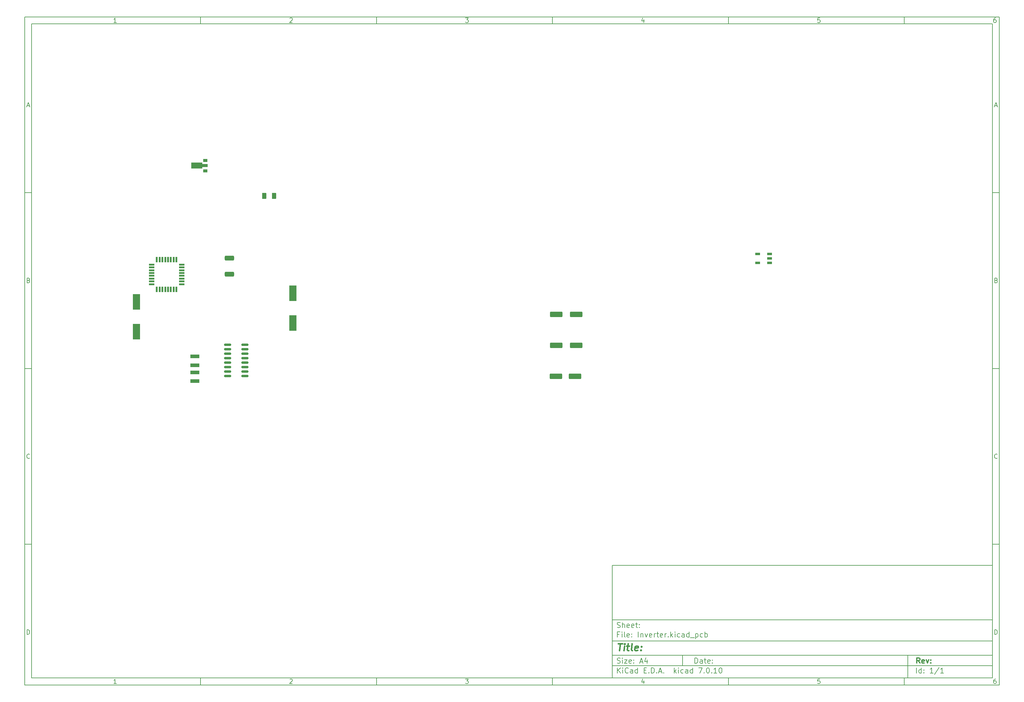
<source format=gbr>
%TF.GenerationSoftware,KiCad,Pcbnew,7.0.10*%
%TF.CreationDate,2024-05-18T21:04:01+03:00*%
%TF.ProjectId,Inverter,496e7665-7274-4657-922e-6b696361645f,rev?*%
%TF.SameCoordinates,Original*%
%TF.FileFunction,Paste,Top*%
%TF.FilePolarity,Positive*%
%FSLAX46Y46*%
G04 Gerber Fmt 4.6, Leading zero omitted, Abs format (unit mm)*
G04 Created by KiCad (PCBNEW 7.0.10) date 2024-05-18 21:04:01*
%MOMM*%
%LPD*%
G01*
G04 APERTURE LIST*
G04 Aperture macros list*
%AMRoundRect*
0 Rectangle with rounded corners*
0 $1 Rounding radius*
0 $2 $3 $4 $5 $6 $7 $8 $9 X,Y pos of 4 corners*
0 Add a 4 corners polygon primitive as box body*
4,1,4,$2,$3,$4,$5,$6,$7,$8,$9,$2,$3,0*
0 Add four circle primitives for the rounded corners*
1,1,$1+$1,$2,$3*
1,1,$1+$1,$4,$5*
1,1,$1+$1,$6,$7*
1,1,$1+$1,$8,$9*
0 Add four rect primitives between the rounded corners*
20,1,$1+$1,$2,$3,$4,$5,0*
20,1,$1+$1,$4,$5,$6,$7,0*
20,1,$1+$1,$6,$7,$8,$9,0*
20,1,$1+$1,$8,$9,$2,$3,0*%
%AMFreePoly0*
4,1,9,3.862500,-0.866500,0.737500,-0.866500,0.737500,-0.450000,-0.737500,-0.450000,-0.737500,0.450000,0.737500,0.450000,0.737500,0.866500,3.862500,0.866500,3.862500,-0.866500,3.862500,-0.866500,$1*%
G04 Aperture macros list end*
%ADD10C,0.100000*%
%ADD11C,0.150000*%
%ADD12C,0.300000*%
%ADD13C,0.400000*%
%ADD14R,2.000000X4.500000*%
%ADD15RoundRect,0.250000X-1.075000X0.425000X-1.075000X-0.425000X1.075000X-0.425000X1.075000X0.425000X0*%
%ADD16RoundRect,0.250000X-1.500000X-0.550000X1.500000X-0.550000X1.500000X0.550000X-1.500000X0.550000X0*%
%ADD17RoundRect,0.250000X-0.375000X-0.625000X0.375000X-0.625000X0.375000X0.625000X-0.375000X0.625000X0*%
%ADD18R,1.400000X0.760000*%
%ADD19R,2.500000X1.100000*%
%ADD20RoundRect,0.150000X-0.825000X-0.150000X0.825000X-0.150000X0.825000X0.150000X-0.825000X0.150000X0*%
%ADD21R,1.300000X0.900000*%
%ADD22FreePoly0,180.000000*%
%ADD23R,1.600000X0.550000*%
%ADD24R,0.550000X1.600000*%
G04 APERTURE END LIST*
D10*
D11*
X177002200Y-166007200D02*
X285002200Y-166007200D01*
X285002200Y-198007200D01*
X177002200Y-198007200D01*
X177002200Y-166007200D01*
D10*
D11*
X10000000Y-10000000D02*
X287002200Y-10000000D01*
X287002200Y-200007200D01*
X10000000Y-200007200D01*
X10000000Y-10000000D01*
D10*
D11*
X12000000Y-12000000D02*
X285002200Y-12000000D01*
X285002200Y-198007200D01*
X12000000Y-198007200D01*
X12000000Y-12000000D01*
D10*
D11*
X60000000Y-12000000D02*
X60000000Y-10000000D01*
D10*
D11*
X110000000Y-12000000D02*
X110000000Y-10000000D01*
D10*
D11*
X160000000Y-12000000D02*
X160000000Y-10000000D01*
D10*
D11*
X210000000Y-12000000D02*
X210000000Y-10000000D01*
D10*
D11*
X260000000Y-12000000D02*
X260000000Y-10000000D01*
D10*
D11*
X36089160Y-11593604D02*
X35346303Y-11593604D01*
X35717731Y-11593604D02*
X35717731Y-10293604D01*
X35717731Y-10293604D02*
X35593922Y-10479319D01*
X35593922Y-10479319D02*
X35470112Y-10603128D01*
X35470112Y-10603128D02*
X35346303Y-10665033D01*
D10*
D11*
X85346303Y-10417414D02*
X85408207Y-10355509D01*
X85408207Y-10355509D02*
X85532017Y-10293604D01*
X85532017Y-10293604D02*
X85841541Y-10293604D01*
X85841541Y-10293604D02*
X85965350Y-10355509D01*
X85965350Y-10355509D02*
X86027255Y-10417414D01*
X86027255Y-10417414D02*
X86089160Y-10541223D01*
X86089160Y-10541223D02*
X86089160Y-10665033D01*
X86089160Y-10665033D02*
X86027255Y-10850747D01*
X86027255Y-10850747D02*
X85284398Y-11593604D01*
X85284398Y-11593604D02*
X86089160Y-11593604D01*
D10*
D11*
X135284398Y-10293604D02*
X136089160Y-10293604D01*
X136089160Y-10293604D02*
X135655826Y-10788842D01*
X135655826Y-10788842D02*
X135841541Y-10788842D01*
X135841541Y-10788842D02*
X135965350Y-10850747D01*
X135965350Y-10850747D02*
X136027255Y-10912652D01*
X136027255Y-10912652D02*
X136089160Y-11036461D01*
X136089160Y-11036461D02*
X136089160Y-11345985D01*
X136089160Y-11345985D02*
X136027255Y-11469795D01*
X136027255Y-11469795D02*
X135965350Y-11531700D01*
X135965350Y-11531700D02*
X135841541Y-11593604D01*
X135841541Y-11593604D02*
X135470112Y-11593604D01*
X135470112Y-11593604D02*
X135346303Y-11531700D01*
X135346303Y-11531700D02*
X135284398Y-11469795D01*
D10*
D11*
X185965350Y-10726938D02*
X185965350Y-11593604D01*
X185655826Y-10231700D02*
X185346303Y-11160271D01*
X185346303Y-11160271D02*
X186151064Y-11160271D01*
D10*
D11*
X236027255Y-10293604D02*
X235408207Y-10293604D01*
X235408207Y-10293604D02*
X235346303Y-10912652D01*
X235346303Y-10912652D02*
X235408207Y-10850747D01*
X235408207Y-10850747D02*
X235532017Y-10788842D01*
X235532017Y-10788842D02*
X235841541Y-10788842D01*
X235841541Y-10788842D02*
X235965350Y-10850747D01*
X235965350Y-10850747D02*
X236027255Y-10912652D01*
X236027255Y-10912652D02*
X236089160Y-11036461D01*
X236089160Y-11036461D02*
X236089160Y-11345985D01*
X236089160Y-11345985D02*
X236027255Y-11469795D01*
X236027255Y-11469795D02*
X235965350Y-11531700D01*
X235965350Y-11531700D02*
X235841541Y-11593604D01*
X235841541Y-11593604D02*
X235532017Y-11593604D01*
X235532017Y-11593604D02*
X235408207Y-11531700D01*
X235408207Y-11531700D02*
X235346303Y-11469795D01*
D10*
D11*
X285965350Y-10293604D02*
X285717731Y-10293604D01*
X285717731Y-10293604D02*
X285593922Y-10355509D01*
X285593922Y-10355509D02*
X285532017Y-10417414D01*
X285532017Y-10417414D02*
X285408207Y-10603128D01*
X285408207Y-10603128D02*
X285346303Y-10850747D01*
X285346303Y-10850747D02*
X285346303Y-11345985D01*
X285346303Y-11345985D02*
X285408207Y-11469795D01*
X285408207Y-11469795D02*
X285470112Y-11531700D01*
X285470112Y-11531700D02*
X285593922Y-11593604D01*
X285593922Y-11593604D02*
X285841541Y-11593604D01*
X285841541Y-11593604D02*
X285965350Y-11531700D01*
X285965350Y-11531700D02*
X286027255Y-11469795D01*
X286027255Y-11469795D02*
X286089160Y-11345985D01*
X286089160Y-11345985D02*
X286089160Y-11036461D01*
X286089160Y-11036461D02*
X286027255Y-10912652D01*
X286027255Y-10912652D02*
X285965350Y-10850747D01*
X285965350Y-10850747D02*
X285841541Y-10788842D01*
X285841541Y-10788842D02*
X285593922Y-10788842D01*
X285593922Y-10788842D02*
X285470112Y-10850747D01*
X285470112Y-10850747D02*
X285408207Y-10912652D01*
X285408207Y-10912652D02*
X285346303Y-11036461D01*
D10*
D11*
X60000000Y-198007200D02*
X60000000Y-200007200D01*
D10*
D11*
X110000000Y-198007200D02*
X110000000Y-200007200D01*
D10*
D11*
X160000000Y-198007200D02*
X160000000Y-200007200D01*
D10*
D11*
X210000000Y-198007200D02*
X210000000Y-200007200D01*
D10*
D11*
X260000000Y-198007200D02*
X260000000Y-200007200D01*
D10*
D11*
X36089160Y-199600804D02*
X35346303Y-199600804D01*
X35717731Y-199600804D02*
X35717731Y-198300804D01*
X35717731Y-198300804D02*
X35593922Y-198486519D01*
X35593922Y-198486519D02*
X35470112Y-198610328D01*
X35470112Y-198610328D02*
X35346303Y-198672233D01*
D10*
D11*
X85346303Y-198424614D02*
X85408207Y-198362709D01*
X85408207Y-198362709D02*
X85532017Y-198300804D01*
X85532017Y-198300804D02*
X85841541Y-198300804D01*
X85841541Y-198300804D02*
X85965350Y-198362709D01*
X85965350Y-198362709D02*
X86027255Y-198424614D01*
X86027255Y-198424614D02*
X86089160Y-198548423D01*
X86089160Y-198548423D02*
X86089160Y-198672233D01*
X86089160Y-198672233D02*
X86027255Y-198857947D01*
X86027255Y-198857947D02*
X85284398Y-199600804D01*
X85284398Y-199600804D02*
X86089160Y-199600804D01*
D10*
D11*
X135284398Y-198300804D02*
X136089160Y-198300804D01*
X136089160Y-198300804D02*
X135655826Y-198796042D01*
X135655826Y-198796042D02*
X135841541Y-198796042D01*
X135841541Y-198796042D02*
X135965350Y-198857947D01*
X135965350Y-198857947D02*
X136027255Y-198919852D01*
X136027255Y-198919852D02*
X136089160Y-199043661D01*
X136089160Y-199043661D02*
X136089160Y-199353185D01*
X136089160Y-199353185D02*
X136027255Y-199476995D01*
X136027255Y-199476995D02*
X135965350Y-199538900D01*
X135965350Y-199538900D02*
X135841541Y-199600804D01*
X135841541Y-199600804D02*
X135470112Y-199600804D01*
X135470112Y-199600804D02*
X135346303Y-199538900D01*
X135346303Y-199538900D02*
X135284398Y-199476995D01*
D10*
D11*
X185965350Y-198734138D02*
X185965350Y-199600804D01*
X185655826Y-198238900D02*
X185346303Y-199167471D01*
X185346303Y-199167471D02*
X186151064Y-199167471D01*
D10*
D11*
X236027255Y-198300804D02*
X235408207Y-198300804D01*
X235408207Y-198300804D02*
X235346303Y-198919852D01*
X235346303Y-198919852D02*
X235408207Y-198857947D01*
X235408207Y-198857947D02*
X235532017Y-198796042D01*
X235532017Y-198796042D02*
X235841541Y-198796042D01*
X235841541Y-198796042D02*
X235965350Y-198857947D01*
X235965350Y-198857947D02*
X236027255Y-198919852D01*
X236027255Y-198919852D02*
X236089160Y-199043661D01*
X236089160Y-199043661D02*
X236089160Y-199353185D01*
X236089160Y-199353185D02*
X236027255Y-199476995D01*
X236027255Y-199476995D02*
X235965350Y-199538900D01*
X235965350Y-199538900D02*
X235841541Y-199600804D01*
X235841541Y-199600804D02*
X235532017Y-199600804D01*
X235532017Y-199600804D02*
X235408207Y-199538900D01*
X235408207Y-199538900D02*
X235346303Y-199476995D01*
D10*
D11*
X285965350Y-198300804D02*
X285717731Y-198300804D01*
X285717731Y-198300804D02*
X285593922Y-198362709D01*
X285593922Y-198362709D02*
X285532017Y-198424614D01*
X285532017Y-198424614D02*
X285408207Y-198610328D01*
X285408207Y-198610328D02*
X285346303Y-198857947D01*
X285346303Y-198857947D02*
X285346303Y-199353185D01*
X285346303Y-199353185D02*
X285408207Y-199476995D01*
X285408207Y-199476995D02*
X285470112Y-199538900D01*
X285470112Y-199538900D02*
X285593922Y-199600804D01*
X285593922Y-199600804D02*
X285841541Y-199600804D01*
X285841541Y-199600804D02*
X285965350Y-199538900D01*
X285965350Y-199538900D02*
X286027255Y-199476995D01*
X286027255Y-199476995D02*
X286089160Y-199353185D01*
X286089160Y-199353185D02*
X286089160Y-199043661D01*
X286089160Y-199043661D02*
X286027255Y-198919852D01*
X286027255Y-198919852D02*
X285965350Y-198857947D01*
X285965350Y-198857947D02*
X285841541Y-198796042D01*
X285841541Y-198796042D02*
X285593922Y-198796042D01*
X285593922Y-198796042D02*
X285470112Y-198857947D01*
X285470112Y-198857947D02*
X285408207Y-198919852D01*
X285408207Y-198919852D02*
X285346303Y-199043661D01*
D10*
D11*
X10000000Y-60000000D02*
X12000000Y-60000000D01*
D10*
D11*
X10000000Y-110000000D02*
X12000000Y-110000000D01*
D10*
D11*
X10000000Y-160000000D02*
X12000000Y-160000000D01*
D10*
D11*
X10690476Y-35222176D02*
X11309523Y-35222176D01*
X10566666Y-35593604D02*
X10999999Y-34293604D01*
X10999999Y-34293604D02*
X11433333Y-35593604D01*
D10*
D11*
X11092857Y-84912652D02*
X11278571Y-84974557D01*
X11278571Y-84974557D02*
X11340476Y-85036461D01*
X11340476Y-85036461D02*
X11402380Y-85160271D01*
X11402380Y-85160271D02*
X11402380Y-85345985D01*
X11402380Y-85345985D02*
X11340476Y-85469795D01*
X11340476Y-85469795D02*
X11278571Y-85531700D01*
X11278571Y-85531700D02*
X11154761Y-85593604D01*
X11154761Y-85593604D02*
X10659523Y-85593604D01*
X10659523Y-85593604D02*
X10659523Y-84293604D01*
X10659523Y-84293604D02*
X11092857Y-84293604D01*
X11092857Y-84293604D02*
X11216666Y-84355509D01*
X11216666Y-84355509D02*
X11278571Y-84417414D01*
X11278571Y-84417414D02*
X11340476Y-84541223D01*
X11340476Y-84541223D02*
X11340476Y-84665033D01*
X11340476Y-84665033D02*
X11278571Y-84788842D01*
X11278571Y-84788842D02*
X11216666Y-84850747D01*
X11216666Y-84850747D02*
X11092857Y-84912652D01*
X11092857Y-84912652D02*
X10659523Y-84912652D01*
D10*
D11*
X11402380Y-135469795D02*
X11340476Y-135531700D01*
X11340476Y-135531700D02*
X11154761Y-135593604D01*
X11154761Y-135593604D02*
X11030952Y-135593604D01*
X11030952Y-135593604D02*
X10845238Y-135531700D01*
X10845238Y-135531700D02*
X10721428Y-135407890D01*
X10721428Y-135407890D02*
X10659523Y-135284080D01*
X10659523Y-135284080D02*
X10597619Y-135036461D01*
X10597619Y-135036461D02*
X10597619Y-134850747D01*
X10597619Y-134850747D02*
X10659523Y-134603128D01*
X10659523Y-134603128D02*
X10721428Y-134479319D01*
X10721428Y-134479319D02*
X10845238Y-134355509D01*
X10845238Y-134355509D02*
X11030952Y-134293604D01*
X11030952Y-134293604D02*
X11154761Y-134293604D01*
X11154761Y-134293604D02*
X11340476Y-134355509D01*
X11340476Y-134355509D02*
X11402380Y-134417414D01*
D10*
D11*
X10659523Y-185593604D02*
X10659523Y-184293604D01*
X10659523Y-184293604D02*
X10969047Y-184293604D01*
X10969047Y-184293604D02*
X11154761Y-184355509D01*
X11154761Y-184355509D02*
X11278571Y-184479319D01*
X11278571Y-184479319D02*
X11340476Y-184603128D01*
X11340476Y-184603128D02*
X11402380Y-184850747D01*
X11402380Y-184850747D02*
X11402380Y-185036461D01*
X11402380Y-185036461D02*
X11340476Y-185284080D01*
X11340476Y-185284080D02*
X11278571Y-185407890D01*
X11278571Y-185407890D02*
X11154761Y-185531700D01*
X11154761Y-185531700D02*
X10969047Y-185593604D01*
X10969047Y-185593604D02*
X10659523Y-185593604D01*
D10*
D11*
X287002200Y-60000000D02*
X285002200Y-60000000D01*
D10*
D11*
X287002200Y-110000000D02*
X285002200Y-110000000D01*
D10*
D11*
X287002200Y-160000000D02*
X285002200Y-160000000D01*
D10*
D11*
X285692676Y-35222176D02*
X286311723Y-35222176D01*
X285568866Y-35593604D02*
X286002199Y-34293604D01*
X286002199Y-34293604D02*
X286435533Y-35593604D01*
D10*
D11*
X286095057Y-84912652D02*
X286280771Y-84974557D01*
X286280771Y-84974557D02*
X286342676Y-85036461D01*
X286342676Y-85036461D02*
X286404580Y-85160271D01*
X286404580Y-85160271D02*
X286404580Y-85345985D01*
X286404580Y-85345985D02*
X286342676Y-85469795D01*
X286342676Y-85469795D02*
X286280771Y-85531700D01*
X286280771Y-85531700D02*
X286156961Y-85593604D01*
X286156961Y-85593604D02*
X285661723Y-85593604D01*
X285661723Y-85593604D02*
X285661723Y-84293604D01*
X285661723Y-84293604D02*
X286095057Y-84293604D01*
X286095057Y-84293604D02*
X286218866Y-84355509D01*
X286218866Y-84355509D02*
X286280771Y-84417414D01*
X286280771Y-84417414D02*
X286342676Y-84541223D01*
X286342676Y-84541223D02*
X286342676Y-84665033D01*
X286342676Y-84665033D02*
X286280771Y-84788842D01*
X286280771Y-84788842D02*
X286218866Y-84850747D01*
X286218866Y-84850747D02*
X286095057Y-84912652D01*
X286095057Y-84912652D02*
X285661723Y-84912652D01*
D10*
D11*
X286404580Y-135469795D02*
X286342676Y-135531700D01*
X286342676Y-135531700D02*
X286156961Y-135593604D01*
X286156961Y-135593604D02*
X286033152Y-135593604D01*
X286033152Y-135593604D02*
X285847438Y-135531700D01*
X285847438Y-135531700D02*
X285723628Y-135407890D01*
X285723628Y-135407890D02*
X285661723Y-135284080D01*
X285661723Y-135284080D02*
X285599819Y-135036461D01*
X285599819Y-135036461D02*
X285599819Y-134850747D01*
X285599819Y-134850747D02*
X285661723Y-134603128D01*
X285661723Y-134603128D02*
X285723628Y-134479319D01*
X285723628Y-134479319D02*
X285847438Y-134355509D01*
X285847438Y-134355509D02*
X286033152Y-134293604D01*
X286033152Y-134293604D02*
X286156961Y-134293604D01*
X286156961Y-134293604D02*
X286342676Y-134355509D01*
X286342676Y-134355509D02*
X286404580Y-134417414D01*
D10*
D11*
X285661723Y-185593604D02*
X285661723Y-184293604D01*
X285661723Y-184293604D02*
X285971247Y-184293604D01*
X285971247Y-184293604D02*
X286156961Y-184355509D01*
X286156961Y-184355509D02*
X286280771Y-184479319D01*
X286280771Y-184479319D02*
X286342676Y-184603128D01*
X286342676Y-184603128D02*
X286404580Y-184850747D01*
X286404580Y-184850747D02*
X286404580Y-185036461D01*
X286404580Y-185036461D02*
X286342676Y-185284080D01*
X286342676Y-185284080D02*
X286280771Y-185407890D01*
X286280771Y-185407890D02*
X286156961Y-185531700D01*
X286156961Y-185531700D02*
X285971247Y-185593604D01*
X285971247Y-185593604D02*
X285661723Y-185593604D01*
D10*
D11*
X200458026Y-193793328D02*
X200458026Y-192293328D01*
X200458026Y-192293328D02*
X200815169Y-192293328D01*
X200815169Y-192293328D02*
X201029455Y-192364757D01*
X201029455Y-192364757D02*
X201172312Y-192507614D01*
X201172312Y-192507614D02*
X201243741Y-192650471D01*
X201243741Y-192650471D02*
X201315169Y-192936185D01*
X201315169Y-192936185D02*
X201315169Y-193150471D01*
X201315169Y-193150471D02*
X201243741Y-193436185D01*
X201243741Y-193436185D02*
X201172312Y-193579042D01*
X201172312Y-193579042D02*
X201029455Y-193721900D01*
X201029455Y-193721900D02*
X200815169Y-193793328D01*
X200815169Y-193793328D02*
X200458026Y-193793328D01*
X202600884Y-193793328D02*
X202600884Y-193007614D01*
X202600884Y-193007614D02*
X202529455Y-192864757D01*
X202529455Y-192864757D02*
X202386598Y-192793328D01*
X202386598Y-192793328D02*
X202100884Y-192793328D01*
X202100884Y-192793328D02*
X201958026Y-192864757D01*
X202600884Y-193721900D02*
X202458026Y-193793328D01*
X202458026Y-193793328D02*
X202100884Y-193793328D01*
X202100884Y-193793328D02*
X201958026Y-193721900D01*
X201958026Y-193721900D02*
X201886598Y-193579042D01*
X201886598Y-193579042D02*
X201886598Y-193436185D01*
X201886598Y-193436185D02*
X201958026Y-193293328D01*
X201958026Y-193293328D02*
X202100884Y-193221900D01*
X202100884Y-193221900D02*
X202458026Y-193221900D01*
X202458026Y-193221900D02*
X202600884Y-193150471D01*
X203100884Y-192793328D02*
X203672312Y-192793328D01*
X203315169Y-192293328D02*
X203315169Y-193579042D01*
X203315169Y-193579042D02*
X203386598Y-193721900D01*
X203386598Y-193721900D02*
X203529455Y-193793328D01*
X203529455Y-193793328D02*
X203672312Y-193793328D01*
X204743741Y-193721900D02*
X204600884Y-193793328D01*
X204600884Y-193793328D02*
X204315170Y-193793328D01*
X204315170Y-193793328D02*
X204172312Y-193721900D01*
X204172312Y-193721900D02*
X204100884Y-193579042D01*
X204100884Y-193579042D02*
X204100884Y-193007614D01*
X204100884Y-193007614D02*
X204172312Y-192864757D01*
X204172312Y-192864757D02*
X204315170Y-192793328D01*
X204315170Y-192793328D02*
X204600884Y-192793328D01*
X204600884Y-192793328D02*
X204743741Y-192864757D01*
X204743741Y-192864757D02*
X204815170Y-193007614D01*
X204815170Y-193007614D02*
X204815170Y-193150471D01*
X204815170Y-193150471D02*
X204100884Y-193293328D01*
X205458026Y-193650471D02*
X205529455Y-193721900D01*
X205529455Y-193721900D02*
X205458026Y-193793328D01*
X205458026Y-193793328D02*
X205386598Y-193721900D01*
X205386598Y-193721900D02*
X205458026Y-193650471D01*
X205458026Y-193650471D02*
X205458026Y-193793328D01*
X205458026Y-192864757D02*
X205529455Y-192936185D01*
X205529455Y-192936185D02*
X205458026Y-193007614D01*
X205458026Y-193007614D02*
X205386598Y-192936185D01*
X205386598Y-192936185D02*
X205458026Y-192864757D01*
X205458026Y-192864757D02*
X205458026Y-193007614D01*
D10*
D11*
X177002200Y-194507200D02*
X285002200Y-194507200D01*
D10*
D11*
X178458026Y-196593328D02*
X178458026Y-195093328D01*
X179315169Y-196593328D02*
X178672312Y-195736185D01*
X179315169Y-195093328D02*
X178458026Y-195950471D01*
X179958026Y-196593328D02*
X179958026Y-195593328D01*
X179958026Y-195093328D02*
X179886598Y-195164757D01*
X179886598Y-195164757D02*
X179958026Y-195236185D01*
X179958026Y-195236185D02*
X180029455Y-195164757D01*
X180029455Y-195164757D02*
X179958026Y-195093328D01*
X179958026Y-195093328D02*
X179958026Y-195236185D01*
X181529455Y-196450471D02*
X181458027Y-196521900D01*
X181458027Y-196521900D02*
X181243741Y-196593328D01*
X181243741Y-196593328D02*
X181100884Y-196593328D01*
X181100884Y-196593328D02*
X180886598Y-196521900D01*
X180886598Y-196521900D02*
X180743741Y-196379042D01*
X180743741Y-196379042D02*
X180672312Y-196236185D01*
X180672312Y-196236185D02*
X180600884Y-195950471D01*
X180600884Y-195950471D02*
X180600884Y-195736185D01*
X180600884Y-195736185D02*
X180672312Y-195450471D01*
X180672312Y-195450471D02*
X180743741Y-195307614D01*
X180743741Y-195307614D02*
X180886598Y-195164757D01*
X180886598Y-195164757D02*
X181100884Y-195093328D01*
X181100884Y-195093328D02*
X181243741Y-195093328D01*
X181243741Y-195093328D02*
X181458027Y-195164757D01*
X181458027Y-195164757D02*
X181529455Y-195236185D01*
X182815170Y-196593328D02*
X182815170Y-195807614D01*
X182815170Y-195807614D02*
X182743741Y-195664757D01*
X182743741Y-195664757D02*
X182600884Y-195593328D01*
X182600884Y-195593328D02*
X182315170Y-195593328D01*
X182315170Y-195593328D02*
X182172312Y-195664757D01*
X182815170Y-196521900D02*
X182672312Y-196593328D01*
X182672312Y-196593328D02*
X182315170Y-196593328D01*
X182315170Y-196593328D02*
X182172312Y-196521900D01*
X182172312Y-196521900D02*
X182100884Y-196379042D01*
X182100884Y-196379042D02*
X182100884Y-196236185D01*
X182100884Y-196236185D02*
X182172312Y-196093328D01*
X182172312Y-196093328D02*
X182315170Y-196021900D01*
X182315170Y-196021900D02*
X182672312Y-196021900D01*
X182672312Y-196021900D02*
X182815170Y-195950471D01*
X184172313Y-196593328D02*
X184172313Y-195093328D01*
X184172313Y-196521900D02*
X184029455Y-196593328D01*
X184029455Y-196593328D02*
X183743741Y-196593328D01*
X183743741Y-196593328D02*
X183600884Y-196521900D01*
X183600884Y-196521900D02*
X183529455Y-196450471D01*
X183529455Y-196450471D02*
X183458027Y-196307614D01*
X183458027Y-196307614D02*
X183458027Y-195879042D01*
X183458027Y-195879042D02*
X183529455Y-195736185D01*
X183529455Y-195736185D02*
X183600884Y-195664757D01*
X183600884Y-195664757D02*
X183743741Y-195593328D01*
X183743741Y-195593328D02*
X184029455Y-195593328D01*
X184029455Y-195593328D02*
X184172313Y-195664757D01*
X186029455Y-195807614D02*
X186529455Y-195807614D01*
X186743741Y-196593328D02*
X186029455Y-196593328D01*
X186029455Y-196593328D02*
X186029455Y-195093328D01*
X186029455Y-195093328D02*
X186743741Y-195093328D01*
X187386598Y-196450471D02*
X187458027Y-196521900D01*
X187458027Y-196521900D02*
X187386598Y-196593328D01*
X187386598Y-196593328D02*
X187315170Y-196521900D01*
X187315170Y-196521900D02*
X187386598Y-196450471D01*
X187386598Y-196450471D02*
X187386598Y-196593328D01*
X188100884Y-196593328D02*
X188100884Y-195093328D01*
X188100884Y-195093328D02*
X188458027Y-195093328D01*
X188458027Y-195093328D02*
X188672313Y-195164757D01*
X188672313Y-195164757D02*
X188815170Y-195307614D01*
X188815170Y-195307614D02*
X188886599Y-195450471D01*
X188886599Y-195450471D02*
X188958027Y-195736185D01*
X188958027Y-195736185D02*
X188958027Y-195950471D01*
X188958027Y-195950471D02*
X188886599Y-196236185D01*
X188886599Y-196236185D02*
X188815170Y-196379042D01*
X188815170Y-196379042D02*
X188672313Y-196521900D01*
X188672313Y-196521900D02*
X188458027Y-196593328D01*
X188458027Y-196593328D02*
X188100884Y-196593328D01*
X189600884Y-196450471D02*
X189672313Y-196521900D01*
X189672313Y-196521900D02*
X189600884Y-196593328D01*
X189600884Y-196593328D02*
X189529456Y-196521900D01*
X189529456Y-196521900D02*
X189600884Y-196450471D01*
X189600884Y-196450471D02*
X189600884Y-196593328D01*
X190243742Y-196164757D02*
X190958028Y-196164757D01*
X190100885Y-196593328D02*
X190600885Y-195093328D01*
X190600885Y-195093328D02*
X191100885Y-196593328D01*
X191600884Y-196450471D02*
X191672313Y-196521900D01*
X191672313Y-196521900D02*
X191600884Y-196593328D01*
X191600884Y-196593328D02*
X191529456Y-196521900D01*
X191529456Y-196521900D02*
X191600884Y-196450471D01*
X191600884Y-196450471D02*
X191600884Y-196593328D01*
X194600884Y-196593328D02*
X194600884Y-195093328D01*
X194743742Y-196021900D02*
X195172313Y-196593328D01*
X195172313Y-195593328D02*
X194600884Y-196164757D01*
X195815170Y-196593328D02*
X195815170Y-195593328D01*
X195815170Y-195093328D02*
X195743742Y-195164757D01*
X195743742Y-195164757D02*
X195815170Y-195236185D01*
X195815170Y-195236185D02*
X195886599Y-195164757D01*
X195886599Y-195164757D02*
X195815170Y-195093328D01*
X195815170Y-195093328D02*
X195815170Y-195236185D01*
X197172314Y-196521900D02*
X197029456Y-196593328D01*
X197029456Y-196593328D02*
X196743742Y-196593328D01*
X196743742Y-196593328D02*
X196600885Y-196521900D01*
X196600885Y-196521900D02*
X196529456Y-196450471D01*
X196529456Y-196450471D02*
X196458028Y-196307614D01*
X196458028Y-196307614D02*
X196458028Y-195879042D01*
X196458028Y-195879042D02*
X196529456Y-195736185D01*
X196529456Y-195736185D02*
X196600885Y-195664757D01*
X196600885Y-195664757D02*
X196743742Y-195593328D01*
X196743742Y-195593328D02*
X197029456Y-195593328D01*
X197029456Y-195593328D02*
X197172314Y-195664757D01*
X198458028Y-196593328D02*
X198458028Y-195807614D01*
X198458028Y-195807614D02*
X198386599Y-195664757D01*
X198386599Y-195664757D02*
X198243742Y-195593328D01*
X198243742Y-195593328D02*
X197958028Y-195593328D01*
X197958028Y-195593328D02*
X197815170Y-195664757D01*
X198458028Y-196521900D02*
X198315170Y-196593328D01*
X198315170Y-196593328D02*
X197958028Y-196593328D01*
X197958028Y-196593328D02*
X197815170Y-196521900D01*
X197815170Y-196521900D02*
X197743742Y-196379042D01*
X197743742Y-196379042D02*
X197743742Y-196236185D01*
X197743742Y-196236185D02*
X197815170Y-196093328D01*
X197815170Y-196093328D02*
X197958028Y-196021900D01*
X197958028Y-196021900D02*
X198315170Y-196021900D01*
X198315170Y-196021900D02*
X198458028Y-195950471D01*
X199815171Y-196593328D02*
X199815171Y-195093328D01*
X199815171Y-196521900D02*
X199672313Y-196593328D01*
X199672313Y-196593328D02*
X199386599Y-196593328D01*
X199386599Y-196593328D02*
X199243742Y-196521900D01*
X199243742Y-196521900D02*
X199172313Y-196450471D01*
X199172313Y-196450471D02*
X199100885Y-196307614D01*
X199100885Y-196307614D02*
X199100885Y-195879042D01*
X199100885Y-195879042D02*
X199172313Y-195736185D01*
X199172313Y-195736185D02*
X199243742Y-195664757D01*
X199243742Y-195664757D02*
X199386599Y-195593328D01*
X199386599Y-195593328D02*
X199672313Y-195593328D01*
X199672313Y-195593328D02*
X199815171Y-195664757D01*
X201529456Y-195093328D02*
X202529456Y-195093328D01*
X202529456Y-195093328D02*
X201886599Y-196593328D01*
X203100884Y-196450471D02*
X203172313Y-196521900D01*
X203172313Y-196521900D02*
X203100884Y-196593328D01*
X203100884Y-196593328D02*
X203029456Y-196521900D01*
X203029456Y-196521900D02*
X203100884Y-196450471D01*
X203100884Y-196450471D02*
X203100884Y-196593328D01*
X204100885Y-195093328D02*
X204243742Y-195093328D01*
X204243742Y-195093328D02*
X204386599Y-195164757D01*
X204386599Y-195164757D02*
X204458028Y-195236185D01*
X204458028Y-195236185D02*
X204529456Y-195379042D01*
X204529456Y-195379042D02*
X204600885Y-195664757D01*
X204600885Y-195664757D02*
X204600885Y-196021900D01*
X204600885Y-196021900D02*
X204529456Y-196307614D01*
X204529456Y-196307614D02*
X204458028Y-196450471D01*
X204458028Y-196450471D02*
X204386599Y-196521900D01*
X204386599Y-196521900D02*
X204243742Y-196593328D01*
X204243742Y-196593328D02*
X204100885Y-196593328D01*
X204100885Y-196593328D02*
X203958028Y-196521900D01*
X203958028Y-196521900D02*
X203886599Y-196450471D01*
X203886599Y-196450471D02*
X203815170Y-196307614D01*
X203815170Y-196307614D02*
X203743742Y-196021900D01*
X203743742Y-196021900D02*
X203743742Y-195664757D01*
X203743742Y-195664757D02*
X203815170Y-195379042D01*
X203815170Y-195379042D02*
X203886599Y-195236185D01*
X203886599Y-195236185D02*
X203958028Y-195164757D01*
X203958028Y-195164757D02*
X204100885Y-195093328D01*
X205243741Y-196450471D02*
X205315170Y-196521900D01*
X205315170Y-196521900D02*
X205243741Y-196593328D01*
X205243741Y-196593328D02*
X205172313Y-196521900D01*
X205172313Y-196521900D02*
X205243741Y-196450471D01*
X205243741Y-196450471D02*
X205243741Y-196593328D01*
X206743742Y-196593328D02*
X205886599Y-196593328D01*
X206315170Y-196593328D02*
X206315170Y-195093328D01*
X206315170Y-195093328D02*
X206172313Y-195307614D01*
X206172313Y-195307614D02*
X206029456Y-195450471D01*
X206029456Y-195450471D02*
X205886599Y-195521900D01*
X207672313Y-195093328D02*
X207815170Y-195093328D01*
X207815170Y-195093328D02*
X207958027Y-195164757D01*
X207958027Y-195164757D02*
X208029456Y-195236185D01*
X208029456Y-195236185D02*
X208100884Y-195379042D01*
X208100884Y-195379042D02*
X208172313Y-195664757D01*
X208172313Y-195664757D02*
X208172313Y-196021900D01*
X208172313Y-196021900D02*
X208100884Y-196307614D01*
X208100884Y-196307614D02*
X208029456Y-196450471D01*
X208029456Y-196450471D02*
X207958027Y-196521900D01*
X207958027Y-196521900D02*
X207815170Y-196593328D01*
X207815170Y-196593328D02*
X207672313Y-196593328D01*
X207672313Y-196593328D02*
X207529456Y-196521900D01*
X207529456Y-196521900D02*
X207458027Y-196450471D01*
X207458027Y-196450471D02*
X207386598Y-196307614D01*
X207386598Y-196307614D02*
X207315170Y-196021900D01*
X207315170Y-196021900D02*
X207315170Y-195664757D01*
X207315170Y-195664757D02*
X207386598Y-195379042D01*
X207386598Y-195379042D02*
X207458027Y-195236185D01*
X207458027Y-195236185D02*
X207529456Y-195164757D01*
X207529456Y-195164757D02*
X207672313Y-195093328D01*
D10*
D11*
X177002200Y-191507200D02*
X285002200Y-191507200D01*
D10*
D12*
X264413853Y-193785528D02*
X263913853Y-193071242D01*
X263556710Y-193785528D02*
X263556710Y-192285528D01*
X263556710Y-192285528D02*
X264128139Y-192285528D01*
X264128139Y-192285528D02*
X264270996Y-192356957D01*
X264270996Y-192356957D02*
X264342425Y-192428385D01*
X264342425Y-192428385D02*
X264413853Y-192571242D01*
X264413853Y-192571242D02*
X264413853Y-192785528D01*
X264413853Y-192785528D02*
X264342425Y-192928385D01*
X264342425Y-192928385D02*
X264270996Y-192999814D01*
X264270996Y-192999814D02*
X264128139Y-193071242D01*
X264128139Y-193071242D02*
X263556710Y-193071242D01*
X265628139Y-193714100D02*
X265485282Y-193785528D01*
X265485282Y-193785528D02*
X265199568Y-193785528D01*
X265199568Y-193785528D02*
X265056710Y-193714100D01*
X265056710Y-193714100D02*
X264985282Y-193571242D01*
X264985282Y-193571242D02*
X264985282Y-192999814D01*
X264985282Y-192999814D02*
X265056710Y-192856957D01*
X265056710Y-192856957D02*
X265199568Y-192785528D01*
X265199568Y-192785528D02*
X265485282Y-192785528D01*
X265485282Y-192785528D02*
X265628139Y-192856957D01*
X265628139Y-192856957D02*
X265699568Y-192999814D01*
X265699568Y-192999814D02*
X265699568Y-193142671D01*
X265699568Y-193142671D02*
X264985282Y-193285528D01*
X266199567Y-192785528D02*
X266556710Y-193785528D01*
X266556710Y-193785528D02*
X266913853Y-192785528D01*
X267485281Y-193642671D02*
X267556710Y-193714100D01*
X267556710Y-193714100D02*
X267485281Y-193785528D01*
X267485281Y-193785528D02*
X267413853Y-193714100D01*
X267413853Y-193714100D02*
X267485281Y-193642671D01*
X267485281Y-193642671D02*
X267485281Y-193785528D01*
X267485281Y-192856957D02*
X267556710Y-192928385D01*
X267556710Y-192928385D02*
X267485281Y-192999814D01*
X267485281Y-192999814D02*
X267413853Y-192928385D01*
X267413853Y-192928385D02*
X267485281Y-192856957D01*
X267485281Y-192856957D02*
X267485281Y-192999814D01*
D10*
D11*
X178386598Y-193721900D02*
X178600884Y-193793328D01*
X178600884Y-193793328D02*
X178958026Y-193793328D01*
X178958026Y-193793328D02*
X179100884Y-193721900D01*
X179100884Y-193721900D02*
X179172312Y-193650471D01*
X179172312Y-193650471D02*
X179243741Y-193507614D01*
X179243741Y-193507614D02*
X179243741Y-193364757D01*
X179243741Y-193364757D02*
X179172312Y-193221900D01*
X179172312Y-193221900D02*
X179100884Y-193150471D01*
X179100884Y-193150471D02*
X178958026Y-193079042D01*
X178958026Y-193079042D02*
X178672312Y-193007614D01*
X178672312Y-193007614D02*
X178529455Y-192936185D01*
X178529455Y-192936185D02*
X178458026Y-192864757D01*
X178458026Y-192864757D02*
X178386598Y-192721900D01*
X178386598Y-192721900D02*
X178386598Y-192579042D01*
X178386598Y-192579042D02*
X178458026Y-192436185D01*
X178458026Y-192436185D02*
X178529455Y-192364757D01*
X178529455Y-192364757D02*
X178672312Y-192293328D01*
X178672312Y-192293328D02*
X179029455Y-192293328D01*
X179029455Y-192293328D02*
X179243741Y-192364757D01*
X179886597Y-193793328D02*
X179886597Y-192793328D01*
X179886597Y-192293328D02*
X179815169Y-192364757D01*
X179815169Y-192364757D02*
X179886597Y-192436185D01*
X179886597Y-192436185D02*
X179958026Y-192364757D01*
X179958026Y-192364757D02*
X179886597Y-192293328D01*
X179886597Y-192293328D02*
X179886597Y-192436185D01*
X180458026Y-192793328D02*
X181243741Y-192793328D01*
X181243741Y-192793328D02*
X180458026Y-193793328D01*
X180458026Y-193793328D02*
X181243741Y-193793328D01*
X182386598Y-193721900D02*
X182243741Y-193793328D01*
X182243741Y-193793328D02*
X181958027Y-193793328D01*
X181958027Y-193793328D02*
X181815169Y-193721900D01*
X181815169Y-193721900D02*
X181743741Y-193579042D01*
X181743741Y-193579042D02*
X181743741Y-193007614D01*
X181743741Y-193007614D02*
X181815169Y-192864757D01*
X181815169Y-192864757D02*
X181958027Y-192793328D01*
X181958027Y-192793328D02*
X182243741Y-192793328D01*
X182243741Y-192793328D02*
X182386598Y-192864757D01*
X182386598Y-192864757D02*
X182458027Y-193007614D01*
X182458027Y-193007614D02*
X182458027Y-193150471D01*
X182458027Y-193150471D02*
X181743741Y-193293328D01*
X183100883Y-193650471D02*
X183172312Y-193721900D01*
X183172312Y-193721900D02*
X183100883Y-193793328D01*
X183100883Y-193793328D02*
X183029455Y-193721900D01*
X183029455Y-193721900D02*
X183100883Y-193650471D01*
X183100883Y-193650471D02*
X183100883Y-193793328D01*
X183100883Y-192864757D02*
X183172312Y-192936185D01*
X183172312Y-192936185D02*
X183100883Y-193007614D01*
X183100883Y-193007614D02*
X183029455Y-192936185D01*
X183029455Y-192936185D02*
X183100883Y-192864757D01*
X183100883Y-192864757D02*
X183100883Y-193007614D01*
X184886598Y-193364757D02*
X185600884Y-193364757D01*
X184743741Y-193793328D02*
X185243741Y-192293328D01*
X185243741Y-192293328D02*
X185743741Y-193793328D01*
X186886598Y-192793328D02*
X186886598Y-193793328D01*
X186529455Y-192221900D02*
X186172312Y-193293328D01*
X186172312Y-193293328D02*
X187100883Y-193293328D01*
D10*
D11*
X263458026Y-196593328D02*
X263458026Y-195093328D01*
X264815170Y-196593328D02*
X264815170Y-195093328D01*
X264815170Y-196521900D02*
X264672312Y-196593328D01*
X264672312Y-196593328D02*
X264386598Y-196593328D01*
X264386598Y-196593328D02*
X264243741Y-196521900D01*
X264243741Y-196521900D02*
X264172312Y-196450471D01*
X264172312Y-196450471D02*
X264100884Y-196307614D01*
X264100884Y-196307614D02*
X264100884Y-195879042D01*
X264100884Y-195879042D02*
X264172312Y-195736185D01*
X264172312Y-195736185D02*
X264243741Y-195664757D01*
X264243741Y-195664757D02*
X264386598Y-195593328D01*
X264386598Y-195593328D02*
X264672312Y-195593328D01*
X264672312Y-195593328D02*
X264815170Y-195664757D01*
X265529455Y-196450471D02*
X265600884Y-196521900D01*
X265600884Y-196521900D02*
X265529455Y-196593328D01*
X265529455Y-196593328D02*
X265458027Y-196521900D01*
X265458027Y-196521900D02*
X265529455Y-196450471D01*
X265529455Y-196450471D02*
X265529455Y-196593328D01*
X265529455Y-195664757D02*
X265600884Y-195736185D01*
X265600884Y-195736185D02*
X265529455Y-195807614D01*
X265529455Y-195807614D02*
X265458027Y-195736185D01*
X265458027Y-195736185D02*
X265529455Y-195664757D01*
X265529455Y-195664757D02*
X265529455Y-195807614D01*
X268172313Y-196593328D02*
X267315170Y-196593328D01*
X267743741Y-196593328D02*
X267743741Y-195093328D01*
X267743741Y-195093328D02*
X267600884Y-195307614D01*
X267600884Y-195307614D02*
X267458027Y-195450471D01*
X267458027Y-195450471D02*
X267315170Y-195521900D01*
X269886598Y-195021900D02*
X268600884Y-196950471D01*
X271172313Y-196593328D02*
X270315170Y-196593328D01*
X270743741Y-196593328D02*
X270743741Y-195093328D01*
X270743741Y-195093328D02*
X270600884Y-195307614D01*
X270600884Y-195307614D02*
X270458027Y-195450471D01*
X270458027Y-195450471D02*
X270315170Y-195521900D01*
D10*
D11*
X177002200Y-187507200D02*
X285002200Y-187507200D01*
D10*
D13*
X178693928Y-188211638D02*
X179836785Y-188211638D01*
X179015357Y-190211638D02*
X179265357Y-188211638D01*
X180253452Y-190211638D02*
X180420119Y-188878304D01*
X180503452Y-188211638D02*
X180396309Y-188306876D01*
X180396309Y-188306876D02*
X180479643Y-188402114D01*
X180479643Y-188402114D02*
X180586786Y-188306876D01*
X180586786Y-188306876D02*
X180503452Y-188211638D01*
X180503452Y-188211638D02*
X180479643Y-188402114D01*
X181086786Y-188878304D02*
X181848690Y-188878304D01*
X181455833Y-188211638D02*
X181241548Y-189925923D01*
X181241548Y-189925923D02*
X181312976Y-190116400D01*
X181312976Y-190116400D02*
X181491548Y-190211638D01*
X181491548Y-190211638D02*
X181682024Y-190211638D01*
X182634405Y-190211638D02*
X182455833Y-190116400D01*
X182455833Y-190116400D02*
X182384405Y-189925923D01*
X182384405Y-189925923D02*
X182598690Y-188211638D01*
X184170119Y-190116400D02*
X183967738Y-190211638D01*
X183967738Y-190211638D02*
X183586785Y-190211638D01*
X183586785Y-190211638D02*
X183408214Y-190116400D01*
X183408214Y-190116400D02*
X183336785Y-189925923D01*
X183336785Y-189925923D02*
X183432024Y-189164019D01*
X183432024Y-189164019D02*
X183551071Y-188973542D01*
X183551071Y-188973542D02*
X183753452Y-188878304D01*
X183753452Y-188878304D02*
X184134404Y-188878304D01*
X184134404Y-188878304D02*
X184312976Y-188973542D01*
X184312976Y-188973542D02*
X184384404Y-189164019D01*
X184384404Y-189164019D02*
X184360595Y-189354495D01*
X184360595Y-189354495D02*
X183384404Y-189544971D01*
X185134405Y-190021161D02*
X185217738Y-190116400D01*
X185217738Y-190116400D02*
X185110595Y-190211638D01*
X185110595Y-190211638D02*
X185027262Y-190116400D01*
X185027262Y-190116400D02*
X185134405Y-190021161D01*
X185134405Y-190021161D02*
X185110595Y-190211638D01*
X185265357Y-188973542D02*
X185348690Y-189068780D01*
X185348690Y-189068780D02*
X185241548Y-189164019D01*
X185241548Y-189164019D02*
X185158214Y-189068780D01*
X185158214Y-189068780D02*
X185265357Y-188973542D01*
X185265357Y-188973542D02*
X185241548Y-189164019D01*
D10*
D11*
X178958026Y-185607614D02*
X178458026Y-185607614D01*
X178458026Y-186393328D02*
X178458026Y-184893328D01*
X178458026Y-184893328D02*
X179172312Y-184893328D01*
X179743740Y-186393328D02*
X179743740Y-185393328D01*
X179743740Y-184893328D02*
X179672312Y-184964757D01*
X179672312Y-184964757D02*
X179743740Y-185036185D01*
X179743740Y-185036185D02*
X179815169Y-184964757D01*
X179815169Y-184964757D02*
X179743740Y-184893328D01*
X179743740Y-184893328D02*
X179743740Y-185036185D01*
X180672312Y-186393328D02*
X180529455Y-186321900D01*
X180529455Y-186321900D02*
X180458026Y-186179042D01*
X180458026Y-186179042D02*
X180458026Y-184893328D01*
X181815169Y-186321900D02*
X181672312Y-186393328D01*
X181672312Y-186393328D02*
X181386598Y-186393328D01*
X181386598Y-186393328D02*
X181243740Y-186321900D01*
X181243740Y-186321900D02*
X181172312Y-186179042D01*
X181172312Y-186179042D02*
X181172312Y-185607614D01*
X181172312Y-185607614D02*
X181243740Y-185464757D01*
X181243740Y-185464757D02*
X181386598Y-185393328D01*
X181386598Y-185393328D02*
X181672312Y-185393328D01*
X181672312Y-185393328D02*
X181815169Y-185464757D01*
X181815169Y-185464757D02*
X181886598Y-185607614D01*
X181886598Y-185607614D02*
X181886598Y-185750471D01*
X181886598Y-185750471D02*
X181172312Y-185893328D01*
X182529454Y-186250471D02*
X182600883Y-186321900D01*
X182600883Y-186321900D02*
X182529454Y-186393328D01*
X182529454Y-186393328D02*
X182458026Y-186321900D01*
X182458026Y-186321900D02*
X182529454Y-186250471D01*
X182529454Y-186250471D02*
X182529454Y-186393328D01*
X182529454Y-185464757D02*
X182600883Y-185536185D01*
X182600883Y-185536185D02*
X182529454Y-185607614D01*
X182529454Y-185607614D02*
X182458026Y-185536185D01*
X182458026Y-185536185D02*
X182529454Y-185464757D01*
X182529454Y-185464757D02*
X182529454Y-185607614D01*
X184386597Y-186393328D02*
X184386597Y-184893328D01*
X185100883Y-185393328D02*
X185100883Y-186393328D01*
X185100883Y-185536185D02*
X185172312Y-185464757D01*
X185172312Y-185464757D02*
X185315169Y-185393328D01*
X185315169Y-185393328D02*
X185529455Y-185393328D01*
X185529455Y-185393328D02*
X185672312Y-185464757D01*
X185672312Y-185464757D02*
X185743741Y-185607614D01*
X185743741Y-185607614D02*
X185743741Y-186393328D01*
X186315169Y-185393328D02*
X186672312Y-186393328D01*
X186672312Y-186393328D02*
X187029455Y-185393328D01*
X188172312Y-186321900D02*
X188029455Y-186393328D01*
X188029455Y-186393328D02*
X187743741Y-186393328D01*
X187743741Y-186393328D02*
X187600883Y-186321900D01*
X187600883Y-186321900D02*
X187529455Y-186179042D01*
X187529455Y-186179042D02*
X187529455Y-185607614D01*
X187529455Y-185607614D02*
X187600883Y-185464757D01*
X187600883Y-185464757D02*
X187743741Y-185393328D01*
X187743741Y-185393328D02*
X188029455Y-185393328D01*
X188029455Y-185393328D02*
X188172312Y-185464757D01*
X188172312Y-185464757D02*
X188243741Y-185607614D01*
X188243741Y-185607614D02*
X188243741Y-185750471D01*
X188243741Y-185750471D02*
X187529455Y-185893328D01*
X188886597Y-186393328D02*
X188886597Y-185393328D01*
X188886597Y-185679042D02*
X188958026Y-185536185D01*
X188958026Y-185536185D02*
X189029455Y-185464757D01*
X189029455Y-185464757D02*
X189172312Y-185393328D01*
X189172312Y-185393328D02*
X189315169Y-185393328D01*
X189600883Y-185393328D02*
X190172311Y-185393328D01*
X189815168Y-184893328D02*
X189815168Y-186179042D01*
X189815168Y-186179042D02*
X189886597Y-186321900D01*
X189886597Y-186321900D02*
X190029454Y-186393328D01*
X190029454Y-186393328D02*
X190172311Y-186393328D01*
X191243740Y-186321900D02*
X191100883Y-186393328D01*
X191100883Y-186393328D02*
X190815169Y-186393328D01*
X190815169Y-186393328D02*
X190672311Y-186321900D01*
X190672311Y-186321900D02*
X190600883Y-186179042D01*
X190600883Y-186179042D02*
X190600883Y-185607614D01*
X190600883Y-185607614D02*
X190672311Y-185464757D01*
X190672311Y-185464757D02*
X190815169Y-185393328D01*
X190815169Y-185393328D02*
X191100883Y-185393328D01*
X191100883Y-185393328D02*
X191243740Y-185464757D01*
X191243740Y-185464757D02*
X191315169Y-185607614D01*
X191315169Y-185607614D02*
X191315169Y-185750471D01*
X191315169Y-185750471D02*
X190600883Y-185893328D01*
X191958025Y-186393328D02*
X191958025Y-185393328D01*
X191958025Y-185679042D02*
X192029454Y-185536185D01*
X192029454Y-185536185D02*
X192100883Y-185464757D01*
X192100883Y-185464757D02*
X192243740Y-185393328D01*
X192243740Y-185393328D02*
X192386597Y-185393328D01*
X192886596Y-186250471D02*
X192958025Y-186321900D01*
X192958025Y-186321900D02*
X192886596Y-186393328D01*
X192886596Y-186393328D02*
X192815168Y-186321900D01*
X192815168Y-186321900D02*
X192886596Y-186250471D01*
X192886596Y-186250471D02*
X192886596Y-186393328D01*
X193600882Y-186393328D02*
X193600882Y-184893328D01*
X193743740Y-185821900D02*
X194172311Y-186393328D01*
X194172311Y-185393328D02*
X193600882Y-185964757D01*
X194815168Y-186393328D02*
X194815168Y-185393328D01*
X194815168Y-184893328D02*
X194743740Y-184964757D01*
X194743740Y-184964757D02*
X194815168Y-185036185D01*
X194815168Y-185036185D02*
X194886597Y-184964757D01*
X194886597Y-184964757D02*
X194815168Y-184893328D01*
X194815168Y-184893328D02*
X194815168Y-185036185D01*
X196172312Y-186321900D02*
X196029454Y-186393328D01*
X196029454Y-186393328D02*
X195743740Y-186393328D01*
X195743740Y-186393328D02*
X195600883Y-186321900D01*
X195600883Y-186321900D02*
X195529454Y-186250471D01*
X195529454Y-186250471D02*
X195458026Y-186107614D01*
X195458026Y-186107614D02*
X195458026Y-185679042D01*
X195458026Y-185679042D02*
X195529454Y-185536185D01*
X195529454Y-185536185D02*
X195600883Y-185464757D01*
X195600883Y-185464757D02*
X195743740Y-185393328D01*
X195743740Y-185393328D02*
X196029454Y-185393328D01*
X196029454Y-185393328D02*
X196172312Y-185464757D01*
X197458026Y-186393328D02*
X197458026Y-185607614D01*
X197458026Y-185607614D02*
X197386597Y-185464757D01*
X197386597Y-185464757D02*
X197243740Y-185393328D01*
X197243740Y-185393328D02*
X196958026Y-185393328D01*
X196958026Y-185393328D02*
X196815168Y-185464757D01*
X197458026Y-186321900D02*
X197315168Y-186393328D01*
X197315168Y-186393328D02*
X196958026Y-186393328D01*
X196958026Y-186393328D02*
X196815168Y-186321900D01*
X196815168Y-186321900D02*
X196743740Y-186179042D01*
X196743740Y-186179042D02*
X196743740Y-186036185D01*
X196743740Y-186036185D02*
X196815168Y-185893328D01*
X196815168Y-185893328D02*
X196958026Y-185821900D01*
X196958026Y-185821900D02*
X197315168Y-185821900D01*
X197315168Y-185821900D02*
X197458026Y-185750471D01*
X198815169Y-186393328D02*
X198815169Y-184893328D01*
X198815169Y-186321900D02*
X198672311Y-186393328D01*
X198672311Y-186393328D02*
X198386597Y-186393328D01*
X198386597Y-186393328D02*
X198243740Y-186321900D01*
X198243740Y-186321900D02*
X198172311Y-186250471D01*
X198172311Y-186250471D02*
X198100883Y-186107614D01*
X198100883Y-186107614D02*
X198100883Y-185679042D01*
X198100883Y-185679042D02*
X198172311Y-185536185D01*
X198172311Y-185536185D02*
X198243740Y-185464757D01*
X198243740Y-185464757D02*
X198386597Y-185393328D01*
X198386597Y-185393328D02*
X198672311Y-185393328D01*
X198672311Y-185393328D02*
X198815169Y-185464757D01*
X199172312Y-186536185D02*
X200315169Y-186536185D01*
X200672311Y-185393328D02*
X200672311Y-186893328D01*
X200672311Y-185464757D02*
X200815169Y-185393328D01*
X200815169Y-185393328D02*
X201100883Y-185393328D01*
X201100883Y-185393328D02*
X201243740Y-185464757D01*
X201243740Y-185464757D02*
X201315169Y-185536185D01*
X201315169Y-185536185D02*
X201386597Y-185679042D01*
X201386597Y-185679042D02*
X201386597Y-186107614D01*
X201386597Y-186107614D02*
X201315169Y-186250471D01*
X201315169Y-186250471D02*
X201243740Y-186321900D01*
X201243740Y-186321900D02*
X201100883Y-186393328D01*
X201100883Y-186393328D02*
X200815169Y-186393328D01*
X200815169Y-186393328D02*
X200672311Y-186321900D01*
X202672312Y-186321900D02*
X202529454Y-186393328D01*
X202529454Y-186393328D02*
X202243740Y-186393328D01*
X202243740Y-186393328D02*
X202100883Y-186321900D01*
X202100883Y-186321900D02*
X202029454Y-186250471D01*
X202029454Y-186250471D02*
X201958026Y-186107614D01*
X201958026Y-186107614D02*
X201958026Y-185679042D01*
X201958026Y-185679042D02*
X202029454Y-185536185D01*
X202029454Y-185536185D02*
X202100883Y-185464757D01*
X202100883Y-185464757D02*
X202243740Y-185393328D01*
X202243740Y-185393328D02*
X202529454Y-185393328D01*
X202529454Y-185393328D02*
X202672312Y-185464757D01*
X203315168Y-186393328D02*
X203315168Y-184893328D01*
X203315168Y-185464757D02*
X203458026Y-185393328D01*
X203458026Y-185393328D02*
X203743740Y-185393328D01*
X203743740Y-185393328D02*
X203886597Y-185464757D01*
X203886597Y-185464757D02*
X203958026Y-185536185D01*
X203958026Y-185536185D02*
X204029454Y-185679042D01*
X204029454Y-185679042D02*
X204029454Y-186107614D01*
X204029454Y-186107614D02*
X203958026Y-186250471D01*
X203958026Y-186250471D02*
X203886597Y-186321900D01*
X203886597Y-186321900D02*
X203743740Y-186393328D01*
X203743740Y-186393328D02*
X203458026Y-186393328D01*
X203458026Y-186393328D02*
X203315168Y-186321900D01*
D10*
D11*
X177002200Y-181507200D02*
X285002200Y-181507200D01*
D10*
D11*
X178386598Y-183621900D02*
X178600884Y-183693328D01*
X178600884Y-183693328D02*
X178958026Y-183693328D01*
X178958026Y-183693328D02*
X179100884Y-183621900D01*
X179100884Y-183621900D02*
X179172312Y-183550471D01*
X179172312Y-183550471D02*
X179243741Y-183407614D01*
X179243741Y-183407614D02*
X179243741Y-183264757D01*
X179243741Y-183264757D02*
X179172312Y-183121900D01*
X179172312Y-183121900D02*
X179100884Y-183050471D01*
X179100884Y-183050471D02*
X178958026Y-182979042D01*
X178958026Y-182979042D02*
X178672312Y-182907614D01*
X178672312Y-182907614D02*
X178529455Y-182836185D01*
X178529455Y-182836185D02*
X178458026Y-182764757D01*
X178458026Y-182764757D02*
X178386598Y-182621900D01*
X178386598Y-182621900D02*
X178386598Y-182479042D01*
X178386598Y-182479042D02*
X178458026Y-182336185D01*
X178458026Y-182336185D02*
X178529455Y-182264757D01*
X178529455Y-182264757D02*
X178672312Y-182193328D01*
X178672312Y-182193328D02*
X179029455Y-182193328D01*
X179029455Y-182193328D02*
X179243741Y-182264757D01*
X179886597Y-183693328D02*
X179886597Y-182193328D01*
X180529455Y-183693328D02*
X180529455Y-182907614D01*
X180529455Y-182907614D02*
X180458026Y-182764757D01*
X180458026Y-182764757D02*
X180315169Y-182693328D01*
X180315169Y-182693328D02*
X180100883Y-182693328D01*
X180100883Y-182693328D02*
X179958026Y-182764757D01*
X179958026Y-182764757D02*
X179886597Y-182836185D01*
X181815169Y-183621900D02*
X181672312Y-183693328D01*
X181672312Y-183693328D02*
X181386598Y-183693328D01*
X181386598Y-183693328D02*
X181243740Y-183621900D01*
X181243740Y-183621900D02*
X181172312Y-183479042D01*
X181172312Y-183479042D02*
X181172312Y-182907614D01*
X181172312Y-182907614D02*
X181243740Y-182764757D01*
X181243740Y-182764757D02*
X181386598Y-182693328D01*
X181386598Y-182693328D02*
X181672312Y-182693328D01*
X181672312Y-182693328D02*
X181815169Y-182764757D01*
X181815169Y-182764757D02*
X181886598Y-182907614D01*
X181886598Y-182907614D02*
X181886598Y-183050471D01*
X181886598Y-183050471D02*
X181172312Y-183193328D01*
X183100883Y-183621900D02*
X182958026Y-183693328D01*
X182958026Y-183693328D02*
X182672312Y-183693328D01*
X182672312Y-183693328D02*
X182529454Y-183621900D01*
X182529454Y-183621900D02*
X182458026Y-183479042D01*
X182458026Y-183479042D02*
X182458026Y-182907614D01*
X182458026Y-182907614D02*
X182529454Y-182764757D01*
X182529454Y-182764757D02*
X182672312Y-182693328D01*
X182672312Y-182693328D02*
X182958026Y-182693328D01*
X182958026Y-182693328D02*
X183100883Y-182764757D01*
X183100883Y-182764757D02*
X183172312Y-182907614D01*
X183172312Y-182907614D02*
X183172312Y-183050471D01*
X183172312Y-183050471D02*
X182458026Y-183193328D01*
X183600883Y-182693328D02*
X184172311Y-182693328D01*
X183815168Y-182193328D02*
X183815168Y-183479042D01*
X183815168Y-183479042D02*
X183886597Y-183621900D01*
X183886597Y-183621900D02*
X184029454Y-183693328D01*
X184029454Y-183693328D02*
X184172311Y-183693328D01*
X184672311Y-183550471D02*
X184743740Y-183621900D01*
X184743740Y-183621900D02*
X184672311Y-183693328D01*
X184672311Y-183693328D02*
X184600883Y-183621900D01*
X184600883Y-183621900D02*
X184672311Y-183550471D01*
X184672311Y-183550471D02*
X184672311Y-183693328D01*
X184672311Y-182764757D02*
X184743740Y-182836185D01*
X184743740Y-182836185D02*
X184672311Y-182907614D01*
X184672311Y-182907614D02*
X184600883Y-182836185D01*
X184600883Y-182836185D02*
X184672311Y-182764757D01*
X184672311Y-182764757D02*
X184672311Y-182907614D01*
D10*
D12*
D10*
D11*
D10*
D11*
D10*
D11*
D10*
D11*
D10*
D11*
X197002200Y-191507200D02*
X197002200Y-194507200D01*
D10*
D11*
X261002200Y-191507200D02*
X261002200Y-198007200D01*
D14*
%TO.C,Y2*%
X86200000Y-97080000D03*
X86200000Y-88580000D03*
%TD*%
D15*
%TO.C,D30*%
X68150000Y-78630000D03*
X68150000Y-83130000D03*
%TD*%
D16*
%TO.C,C6*%
X161100000Y-103380000D03*
X166700000Y-103380000D03*
%TD*%
D17*
%TO.C,D29*%
X78100000Y-60880000D03*
X80900000Y-60880000D03*
%TD*%
D18*
%TO.C,T1*%
X218300000Y-77440000D03*
X218300000Y-79980000D03*
X221730000Y-79980000D03*
X221730000Y-78710000D03*
X221730000Y-77440000D03*
%TD*%
D19*
%TO.C,J1*%
X58400000Y-113580000D03*
X58400000Y-111080000D03*
X58400000Y-109080000D03*
X58400000Y-106580000D03*
%TD*%
D20*
%TO.C,U3*%
X67650000Y-103260000D03*
X67650000Y-104530000D03*
X67650000Y-105800000D03*
X67650000Y-107070000D03*
X67650000Y-108340000D03*
X67650000Y-109610000D03*
X67650000Y-110880000D03*
X67650000Y-112150000D03*
X72600000Y-112150000D03*
X72600000Y-110880000D03*
X72600000Y-109610000D03*
X72600000Y-108340000D03*
X72600000Y-107070000D03*
X72600000Y-105800000D03*
X72600000Y-104530000D03*
X72600000Y-103260000D03*
%TD*%
D21*
%TO.C,U1*%
X61307800Y-53794800D03*
D22*
X61220300Y-52294800D03*
D21*
X61307800Y-50794800D03*
%TD*%
D16*
%TO.C,C7*%
X161000000Y-112180000D03*
X166400000Y-112180000D03*
%TD*%
D23*
%TO.C,U2*%
X46100000Y-80430000D03*
X46100000Y-81230000D03*
X46100000Y-82030000D03*
X46100000Y-82830000D03*
X46100000Y-83630000D03*
X46100000Y-84430000D03*
X46100000Y-85230000D03*
X46100000Y-86030000D03*
D24*
X47550000Y-87480000D03*
X48350000Y-87480000D03*
X49150000Y-87480000D03*
X49950000Y-87480000D03*
X50750000Y-87480000D03*
X51550000Y-87480000D03*
X52350000Y-87480000D03*
X53150000Y-87480000D03*
D23*
X54600000Y-86030000D03*
X54600000Y-85230000D03*
X54600000Y-84430000D03*
X54600000Y-83630000D03*
X54600000Y-82830000D03*
X54600000Y-82030000D03*
X54600000Y-81230000D03*
X54600000Y-80430000D03*
D24*
X53150000Y-78980000D03*
X52350000Y-78980000D03*
X51550000Y-78980000D03*
X50750000Y-78980000D03*
X49950000Y-78980000D03*
X49150000Y-78980000D03*
X48350000Y-78980000D03*
X47550000Y-78980000D03*
%TD*%
D14*
%TO.C,Y1*%
X41750000Y-91030000D03*
X41750000Y-99530000D03*
%TD*%
D16*
%TO.C,C5*%
X161100000Y-94580000D03*
X166700000Y-94580000D03*
%TD*%
M02*

</source>
